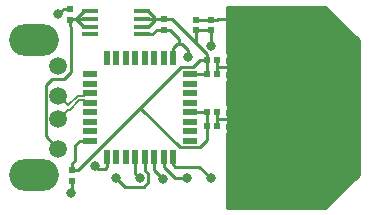
<source format=gbl>
G04 #@! TF.GenerationSoftware,KiCad,Pcbnew,no-vcs-found-a20cce0~59~ubuntu16.04.1*
G04 #@! TF.CreationDate,2017-08-21T15:18:52+01:00*
G04 #@! TF.ProjectId,okgo2usbcontrol,6F6B676F32757362636F6E74726F6C2E,rev?*
G04 #@! TF.SameCoordinates,Original*
G04 #@! TF.FileFunction,Copper,L2,Bot,Signal*
G04 #@! TF.FilePolarity,Positive*
%FSLAX46Y46*%
G04 Gerber Fmt 4.6, Leading zero omitted, Abs format (unit mm)*
G04 Created by KiCad (PCBNEW no-vcs-found-a20cce0~59~ubuntu16.04.1) date Mon Aug 21 15:18:52 2017*
%MOMM*%
%LPD*%
G01*
G04 APERTURE LIST*
%ADD10R,0.620000X0.620000*%
%ADD11R,1.200000X0.500000*%
%ADD12R,0.500000X1.200000*%
%ADD13R,1.450000X0.450000*%
%ADD14R,5.000000X2.400000*%
%ADD15C,1.500000*%
%ADD16O,4.200000X2.700000*%
%ADD17C,0.800000*%
%ADD18C,0.250000*%
%ADD19C,0.200000*%
%ADD20C,0.254000*%
G04 APERTURE END LIST*
D10*
X118000000Y-105450000D03*
X118000000Y-104550000D03*
X116750000Y-104550000D03*
X116750000Y-105450000D03*
X117650000Y-112400000D03*
X118550000Y-112400000D03*
X118550000Y-109200000D03*
X117650000Y-109200000D03*
X106100000Y-104550000D03*
X106100000Y-103650000D03*
X106250000Y-118200000D03*
X106250000Y-117300000D03*
X117650000Y-108000000D03*
X118550000Y-108000000D03*
X118550000Y-113600000D03*
X117650000Y-113600000D03*
X114000000Y-104500000D03*
X114000000Y-105400000D03*
D11*
X116200000Y-109200000D03*
X116200000Y-110000000D03*
X116200000Y-110800000D03*
X116200000Y-111600000D03*
X116200000Y-112400000D03*
X116200000Y-113200000D03*
X116200000Y-114000000D03*
X116200000Y-114800000D03*
D12*
X114800000Y-116200000D03*
X114000000Y-116200000D03*
X113200000Y-116200000D03*
X112400000Y-116200000D03*
X111600000Y-116200000D03*
X110800000Y-116200000D03*
X110000000Y-116200000D03*
X109200000Y-116200000D03*
D11*
X107800000Y-114800000D03*
X107800000Y-114000000D03*
X107800000Y-113200000D03*
X107800000Y-112400000D03*
X107800000Y-111600000D03*
X107800000Y-110800000D03*
X107800000Y-110000000D03*
X107800000Y-109200000D03*
D12*
X109200000Y-107800000D03*
X110000000Y-107800000D03*
X110800000Y-107800000D03*
X111600000Y-107800000D03*
X112400000Y-107800000D03*
X113200000Y-107800000D03*
X114000000Y-107800000D03*
X114800000Y-107800000D03*
D13*
X112150000Y-103850000D03*
X112150000Y-104500000D03*
X112150000Y-105150000D03*
X112150000Y-105800000D03*
X107750000Y-105800000D03*
X107750000Y-105150000D03*
X107750000Y-104500000D03*
X107750000Y-103850000D03*
D14*
X128000000Y-116375000D03*
X128000000Y-107625000D03*
D15*
X105100000Y-115500000D03*
X105100000Y-113000000D03*
X105100000Y-111000000D03*
X105100000Y-108500000D03*
D16*
X103000000Y-117700000D03*
X103000000Y-106300000D03*
D17*
X105100000Y-104100000D03*
X120000000Y-116000000D03*
X120000000Y-115000000D03*
X120000000Y-114000000D03*
X120000000Y-113000000D03*
X120000000Y-112000000D03*
X120000000Y-111000000D03*
X120000000Y-110000000D03*
X120000000Y-109000000D03*
X120000000Y-108000000D03*
X116100000Y-107700000D03*
X106200000Y-119250000D03*
X108200000Y-116950000D03*
X126000000Y-114500000D03*
X129750000Y-114500000D03*
X120000000Y-117000000D03*
X127000000Y-119750000D03*
X126000000Y-109500000D03*
X130000000Y-109500000D03*
X120000000Y-107000000D03*
X127000000Y-104250000D03*
X110000000Y-118000000D03*
X112000000Y-118000000D03*
X113962347Y-118037653D03*
X116000000Y-118000000D03*
X118000000Y-118000000D03*
X118000000Y-106750000D03*
D18*
X105100000Y-115500000D02*
X104024999Y-114424999D01*
X104024999Y-114424999D02*
X104024999Y-110134001D01*
X106100000Y-105110000D02*
X106100000Y-104550000D01*
X104024999Y-110134001D02*
X104583999Y-109575001D01*
X105616001Y-109575001D02*
X106175001Y-109016001D01*
X104583999Y-109575001D02*
X105616001Y-109575001D01*
X106175001Y-109016001D02*
X106175001Y-105185001D01*
X106175001Y-105185001D02*
X106100000Y-105110000D01*
X107750000Y-105150000D02*
X107250000Y-105150000D01*
X107250000Y-105150000D02*
X106600000Y-104500000D01*
X107750000Y-104500000D02*
X106250000Y-104500000D01*
X106600000Y-104500000D02*
X106250000Y-104500000D01*
X106250000Y-104500000D02*
X106000000Y-104500000D01*
X107750000Y-103850000D02*
X107250000Y-103850000D01*
X107250000Y-103850000D02*
X106600000Y-104500000D01*
D19*
X106084700Y-112190000D02*
X106884700Y-111390000D01*
X106884700Y-111390000D02*
X107240000Y-111390000D01*
X107240000Y-111390000D02*
X107450000Y-111600000D01*
X107450000Y-111600000D02*
X107800000Y-111600000D01*
X105100000Y-113000000D02*
X105910000Y-112190000D01*
X105910000Y-112190000D02*
X106084700Y-112190000D01*
X105927296Y-111810000D02*
X106727296Y-111010000D01*
X106727296Y-111010000D02*
X107240000Y-111010000D01*
X107240000Y-111010000D02*
X107450000Y-110800000D01*
X107450000Y-110800000D02*
X107800000Y-110800000D01*
X105100000Y-111000000D02*
X105910000Y-111810000D01*
X105910000Y-111810000D02*
X105927296Y-111810000D01*
D18*
X106100000Y-103650000D02*
X105550000Y-103650000D01*
X105550000Y-103650000D02*
X105100000Y-104100000D01*
X118550000Y-113000000D02*
X118550000Y-113600000D01*
X118550000Y-112400000D02*
X118550000Y-113000000D01*
X118550000Y-113000000D02*
X120000000Y-113000000D01*
X119350000Y-108600000D02*
X119550000Y-108600000D01*
X115565685Y-106600000D02*
X115350000Y-106600000D01*
X115350000Y-106600000D02*
X115150000Y-106600000D01*
X114000000Y-105400000D02*
X114560000Y-105400000D01*
X114560000Y-105400000D02*
X115350000Y-106190000D01*
X115350000Y-106190000D02*
X115350000Y-106600000D01*
X116100000Y-107700000D02*
X116100000Y-107134315D01*
X116100000Y-107134315D02*
X115565685Y-106600000D01*
X115900000Y-107500000D02*
X116100000Y-107700000D01*
X114800000Y-107800000D02*
X114800000Y-106950000D01*
X114800000Y-106950000D02*
X115150000Y-106600000D01*
X106250000Y-118200000D02*
X106250000Y-119200000D01*
X106250000Y-119200000D02*
X106200000Y-119250000D01*
X109050000Y-117200000D02*
X108450000Y-117200000D01*
X108450000Y-117200000D02*
X108200000Y-116950000D01*
X109200000Y-116200000D02*
X109200000Y-117050000D01*
X109200000Y-117050000D02*
X109050000Y-117200000D01*
X118550000Y-108600000D02*
X118550000Y-109200000D01*
X118550000Y-108000000D02*
X118550000Y-108600000D01*
X118550000Y-108600000D02*
X119350000Y-108600000D01*
X119750000Y-104500000D02*
X119750000Y-104750000D01*
X118610000Y-104500000D02*
X119750000Y-104500000D01*
X118000000Y-104550000D02*
X118560000Y-104550000D01*
X118560000Y-104550000D02*
X118610000Y-104500000D01*
X116750000Y-104550000D02*
X118000000Y-104550000D01*
X112150000Y-105800000D02*
X111650000Y-105800000D01*
X112150000Y-105800000D02*
X113040000Y-105800000D01*
X113040000Y-105800000D02*
X113440000Y-105400000D01*
X113440000Y-105400000D02*
X114000000Y-105400000D01*
X112200000Y-105750000D02*
X112150000Y-105800000D01*
X112400000Y-116200000D02*
X112400000Y-117326998D01*
X112400000Y-117326998D02*
X112725001Y-117651999D01*
X112725001Y-117651999D02*
X112725001Y-118348001D01*
X112725001Y-118348001D02*
X112348001Y-118725001D01*
X112348001Y-118725001D02*
X110725001Y-118725001D01*
X110725001Y-118725001D02*
X110000000Y-118000000D01*
X111600000Y-116200000D02*
X111600000Y-117600000D01*
X111600000Y-117600000D02*
X112000000Y-118000000D01*
X113200000Y-116200000D02*
X113200000Y-117275306D01*
X113200000Y-117275306D02*
X113962347Y-118037653D01*
X114000000Y-117050000D02*
X114950000Y-118000000D01*
X114950000Y-118000000D02*
X116000000Y-118000000D01*
X114000000Y-116200000D02*
X114000000Y-117050000D01*
X115000000Y-117000000D02*
X117000000Y-117000000D01*
X117000000Y-117000000D02*
X118000000Y-118000000D01*
X114800000Y-116800000D02*
X115000000Y-117000000D01*
X114800000Y-116200000D02*
X114800000Y-116800000D01*
X118000000Y-106600000D02*
X118000000Y-106750000D01*
X118000000Y-105450000D02*
X118000000Y-106600000D01*
X117650000Y-113600000D02*
X117650000Y-112400000D01*
X115486998Y-108590000D02*
X112100000Y-111976998D01*
X112100000Y-111976998D02*
X106776998Y-117300000D01*
X117650000Y-113600000D02*
X117650000Y-114785002D01*
X117650000Y-114785002D02*
X117060001Y-115375001D01*
X112100000Y-112100000D02*
X112100000Y-111976998D01*
X117060001Y-115375001D02*
X115375001Y-115375001D01*
X115375001Y-115375001D02*
X112100000Y-112100000D01*
X114710000Y-104500000D02*
X116760000Y-106550000D01*
X116760000Y-106550000D02*
X117650000Y-107440000D01*
X116750000Y-105450000D02*
X116750000Y-106540000D01*
X116750000Y-106540000D02*
X116760000Y-106550000D01*
X114000000Y-104500000D02*
X114710000Y-104500000D01*
X117650000Y-107440000D02*
X117650000Y-108000000D01*
X117650000Y-108000000D02*
X117090000Y-108000000D01*
X117090000Y-108000000D02*
X116500000Y-108590000D01*
X116500000Y-108590000D02*
X115486998Y-108590000D01*
X106664998Y-117300000D02*
X106250000Y-117300000D01*
X106776998Y-117300000D02*
X106664998Y-117300000D01*
X106250000Y-117300000D02*
X106250000Y-116740000D01*
X106250000Y-116740000D02*
X106500000Y-116490000D01*
X106500000Y-116490000D02*
X106500000Y-115200000D01*
X106500000Y-115200000D02*
X106900000Y-114800000D01*
X106900000Y-114800000D02*
X107800000Y-114800000D01*
X117650000Y-112400000D02*
X116200000Y-112400000D01*
X117650000Y-109200000D02*
X116200000Y-109200000D01*
X117650000Y-108000000D02*
X117650000Y-109200000D01*
X116750000Y-105450000D02*
X118000000Y-105450000D01*
X113250000Y-104450000D02*
X113250000Y-104550000D01*
X113250000Y-104550000D02*
X112650000Y-105150000D01*
X112650000Y-105150000D02*
X112150000Y-105150000D01*
X113250000Y-104500000D02*
X112150000Y-104500000D01*
X114000000Y-104500000D02*
X113250000Y-104500000D01*
X112650000Y-103850000D02*
X112150000Y-103850000D01*
X113250000Y-104500000D02*
X113250000Y-104450000D01*
X113250000Y-104450000D02*
X112650000Y-103850000D01*
D20*
G36*
X130540000Y-106294092D02*
X130540000Y-117705908D01*
X127705908Y-120540000D01*
X119377000Y-120540000D01*
X119377000Y-114291026D01*
X119398327Y-114269699D01*
X119495000Y-114036310D01*
X119495000Y-113885750D01*
X119377000Y-113767750D01*
X119377000Y-113432250D01*
X119495000Y-113314250D01*
X119495000Y-113163690D01*
X119427197Y-113000000D01*
X119495000Y-112836310D01*
X119495000Y-112685750D01*
X119377000Y-112567750D01*
X119377000Y-112232250D01*
X119495000Y-112114250D01*
X119495000Y-111963690D01*
X119398327Y-111730301D01*
X119377000Y-111708974D01*
X119377000Y-109891026D01*
X119398327Y-109869699D01*
X119495000Y-109636310D01*
X119495000Y-109485750D01*
X119377000Y-109367750D01*
X119377000Y-109032250D01*
X119495000Y-108914250D01*
X119495000Y-108763690D01*
X119427197Y-108600000D01*
X119495000Y-108436310D01*
X119495000Y-108285750D01*
X119377000Y-108167750D01*
X119377000Y-107832250D01*
X119495000Y-107714250D01*
X119495000Y-107563690D01*
X119398327Y-107330301D01*
X119377000Y-107308974D01*
X119377000Y-103460000D01*
X127705908Y-103460000D01*
X130540000Y-106294092D01*
X130540000Y-106294092D01*
G37*
X130540000Y-106294092D02*
X130540000Y-117705908D01*
X127705908Y-120540000D01*
X119377000Y-120540000D01*
X119377000Y-114291026D01*
X119398327Y-114269699D01*
X119495000Y-114036310D01*
X119495000Y-113885750D01*
X119377000Y-113767750D01*
X119377000Y-113432250D01*
X119495000Y-113314250D01*
X119495000Y-113163690D01*
X119427197Y-113000000D01*
X119495000Y-112836310D01*
X119495000Y-112685750D01*
X119377000Y-112567750D01*
X119377000Y-112232250D01*
X119495000Y-112114250D01*
X119495000Y-111963690D01*
X119398327Y-111730301D01*
X119377000Y-111708974D01*
X119377000Y-109891026D01*
X119398327Y-109869699D01*
X119495000Y-109636310D01*
X119495000Y-109485750D01*
X119377000Y-109367750D01*
X119377000Y-109032250D01*
X119495000Y-108914250D01*
X119495000Y-108763690D01*
X119427197Y-108600000D01*
X119495000Y-108436310D01*
X119495000Y-108285750D01*
X119377000Y-108167750D01*
X119377000Y-107832250D01*
X119495000Y-107714250D01*
X119495000Y-107563690D01*
X119398327Y-107330301D01*
X119377000Y-107308974D01*
X119377000Y-103460000D01*
X127705908Y-103460000D01*
X130540000Y-106294092D01*
M02*

</source>
